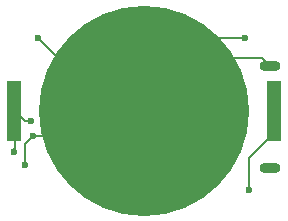
<source format=gbl>
%TF.GenerationSoftware,KiCad,Pcbnew,8.0.3*%
%TF.CreationDate,2025-02-27T13:02:28-06:00*%
%TF.ProjectId,HearingAid_Left,48656172-696e-4674-9169-645f4c656674,rev?*%
%TF.SameCoordinates,Original*%
%TF.FileFunction,Copper,L2,Bot*%
%TF.FilePolarity,Positive*%
%FSLAX46Y46*%
G04 Gerber Fmt 4.6, Leading zero omitted, Abs format (unit mm)*
G04 Created by KiCad (PCBNEW 8.0.3) date 2025-02-27 13:02:28*
%MOMM*%
%LPD*%
G01*
G04 APERTURE LIST*
%TA.AperFunction,ComponentPad*%
%ADD10O,1.800000X0.900000*%
%TD*%
%TA.AperFunction,SMDPad,CuDef*%
%ADD11R,1.270000X5.080000*%
%TD*%
%TA.AperFunction,SMDPad,CuDef*%
%ADD12C,17.800000*%
%TD*%
%TA.AperFunction,ViaPad*%
%ADD13C,0.600000*%
%TD*%
%TA.AperFunction,Conductor*%
%ADD14C,0.200000*%
%TD*%
%TA.AperFunction,Conductor*%
%ADD15C,0.150000*%
%TD*%
G04 APERTURE END LIST*
D10*
%TO.P,J1,SH3,SHIELD__2*%
%TO.N,B-*%
X112570000Y-40300000D03*
%TO.P,J1,SH4,SHIELD__3*%
X112570000Y-31660000D03*
%TD*%
D11*
%TO.P,BT2,1,+*%
%TO.N,B+*%
X112915000Y-35440000D03*
X90945000Y-35440000D03*
D12*
%TO.P,BT2,2,-*%
%TO.N,B-*%
X101930000Y-35440000D03*
%TD*%
D13*
%TO.N,B-*%
X92560000Y-37570000D03*
X91850000Y-40030000D03*
X110450000Y-29260000D03*
X92925356Y-29276032D03*
%TO.N,B+*%
X92350000Y-36290000D03*
X90950000Y-38940000D03*
X110840000Y-42200000D03*
%TD*%
D14*
%TO.N,B-*%
X111910000Y-31000000D02*
X112570000Y-31660000D01*
D15*
X110450000Y-29260000D02*
X108110000Y-29260000D01*
X101930000Y-35440000D02*
X101557500Y-35812500D01*
D14*
X99795000Y-37570000D02*
X101552500Y-35812500D01*
X92925356Y-29276032D02*
X99089324Y-35440000D01*
D15*
X108110000Y-29260000D02*
X101930000Y-35440000D01*
X101557500Y-35812500D02*
X101552500Y-35812500D01*
D14*
X92560000Y-37570000D02*
X91850000Y-38280000D01*
X106365000Y-31000000D02*
X111910000Y-31000000D01*
X101552500Y-35812500D02*
X106365000Y-31000000D01*
X92560000Y-37570000D02*
X99795000Y-37570000D01*
X99089324Y-35440000D02*
X101930000Y-35440000D01*
X91850000Y-38280000D02*
X91850000Y-40030000D01*
D15*
%TO.N,B+*%
X110840000Y-39415000D02*
X112940000Y-37315000D01*
X90950000Y-38940000D02*
X90950000Y-38630000D01*
X112940000Y-37315000D02*
X112940000Y-35410000D01*
X90950000Y-38630000D02*
X90970000Y-38610000D01*
X110840000Y-42200000D02*
X110840000Y-39415000D01*
D14*
X90970000Y-36030000D02*
X90970000Y-35410000D01*
X92350000Y-36290000D02*
X91850000Y-36290000D01*
X91850000Y-36290000D02*
X90970000Y-35410000D01*
D15*
X90970000Y-38610000D02*
X90970000Y-35410000D01*
%TD*%
M02*

</source>
